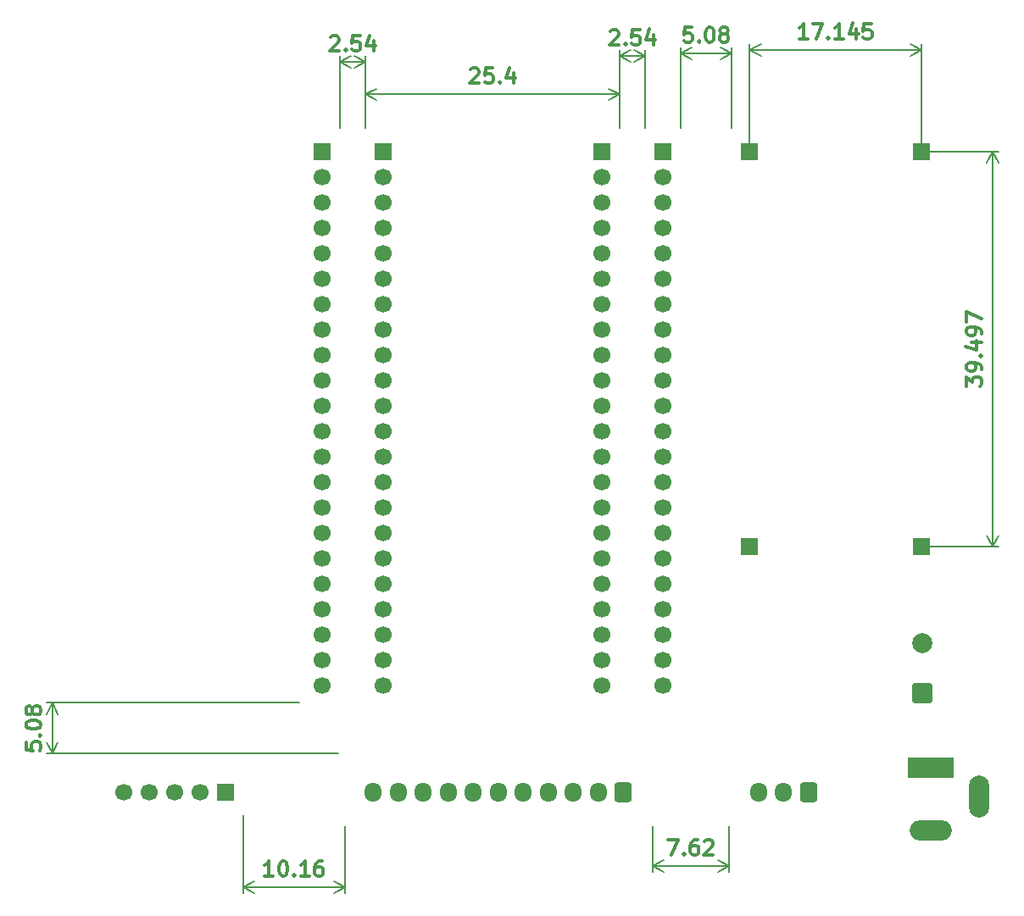
<source format=gbr>
%TF.GenerationSoftware,KiCad,Pcbnew,9.0.3*%
%TF.CreationDate,2025-07-24T13:33:20+07:00*%
%TF.ProjectId,shield,73686965-6c64-42e6-9b69-6361645f7063,rev?*%
%TF.SameCoordinates,Original*%
%TF.FileFunction,Copper,L1,Top*%
%TF.FilePolarity,Positive*%
%FSLAX46Y46*%
G04 Gerber Fmt 4.6, Leading zero omitted, Abs format (unit mm)*
G04 Created by KiCad (PCBNEW 9.0.3) date 2025-07-24 13:33:20*
%MOMM*%
%LPD*%
G01*
G04 APERTURE LIST*
G04 Aperture macros list*
%AMRoundRect*
0 Rectangle with rounded corners*
0 $1 Rounding radius*
0 $2 $3 $4 $5 $6 $7 $8 $9 X,Y pos of 4 corners*
0 Add a 4 corners polygon primitive as box body*
4,1,4,$2,$3,$4,$5,$6,$7,$8,$9,$2,$3,0*
0 Add four circle primitives for the rounded corners*
1,1,$1+$1,$2,$3*
1,1,$1+$1,$4,$5*
1,1,$1+$1,$6,$7*
1,1,$1+$1,$8,$9*
0 Add four rect primitives between the rounded corners*
20,1,$1+$1,$2,$3,$4,$5,0*
20,1,$1+$1,$4,$5,$6,$7,0*
20,1,$1+$1,$6,$7,$8,$9,0*
20,1,$1+$1,$8,$9,$2,$3,0*%
G04 Aperture macros list end*
%ADD10C,0.300000*%
%TA.AperFunction,NonConductor*%
%ADD11C,0.300000*%
%TD*%
%TA.AperFunction,NonConductor*%
%ADD12C,0.200000*%
%TD*%
%TA.AperFunction,ComponentPad*%
%ADD13R,1.700000X1.700000*%
%TD*%
%TA.AperFunction,ComponentPad*%
%ADD14C,1.700000*%
%TD*%
%TA.AperFunction,ComponentPad*%
%ADD15O,1.700000X1.950000*%
%TD*%
%TA.AperFunction,ComponentPad*%
%ADD16RoundRect,0.250000X0.600000X0.725000X-0.600000X0.725000X-0.600000X-0.725000X0.600000X-0.725000X0*%
%TD*%
%TA.AperFunction,ComponentPad*%
%ADD17R,4.600000X2.000000*%
%TD*%
%TA.AperFunction,ComponentPad*%
%ADD18O,4.200000X2.000000*%
%TD*%
%TA.AperFunction,ComponentPad*%
%ADD19O,2.000000X4.200000*%
%TD*%
%TA.AperFunction,ComponentPad*%
%ADD20RoundRect,0.250000X0.750000X-0.750000X0.750000X0.750000X-0.750000X0.750000X-0.750000X-0.750000X0*%
%TD*%
%TA.AperFunction,ComponentPad*%
%ADD21C,2.000000*%
%TD*%
G04 APERTURE END LIST*
D10*
D11*
X112287972Y-145995128D02*
X111430829Y-145995128D01*
X111859400Y-145995128D02*
X111859400Y-144495128D01*
X111859400Y-144495128D02*
X111716543Y-144709414D01*
X111716543Y-144709414D02*
X111573686Y-144852271D01*
X111573686Y-144852271D02*
X111430829Y-144923700D01*
X113216543Y-144495128D02*
X113359400Y-144495128D01*
X113359400Y-144495128D02*
X113502257Y-144566557D01*
X113502257Y-144566557D02*
X113573686Y-144637985D01*
X113573686Y-144637985D02*
X113645114Y-144780842D01*
X113645114Y-144780842D02*
X113716543Y-145066557D01*
X113716543Y-145066557D02*
X113716543Y-145423700D01*
X113716543Y-145423700D02*
X113645114Y-145709414D01*
X113645114Y-145709414D02*
X113573686Y-145852271D01*
X113573686Y-145852271D02*
X113502257Y-145923700D01*
X113502257Y-145923700D02*
X113359400Y-145995128D01*
X113359400Y-145995128D02*
X113216543Y-145995128D01*
X113216543Y-145995128D02*
X113073686Y-145923700D01*
X113073686Y-145923700D02*
X113002257Y-145852271D01*
X113002257Y-145852271D02*
X112930828Y-145709414D01*
X112930828Y-145709414D02*
X112859400Y-145423700D01*
X112859400Y-145423700D02*
X112859400Y-145066557D01*
X112859400Y-145066557D02*
X112930828Y-144780842D01*
X112930828Y-144780842D02*
X113002257Y-144637985D01*
X113002257Y-144637985D02*
X113073686Y-144566557D01*
X113073686Y-144566557D02*
X113216543Y-144495128D01*
X114359399Y-145852271D02*
X114430828Y-145923700D01*
X114430828Y-145923700D02*
X114359399Y-145995128D01*
X114359399Y-145995128D02*
X114287971Y-145923700D01*
X114287971Y-145923700D02*
X114359399Y-145852271D01*
X114359399Y-145852271D02*
X114359399Y-145995128D01*
X115859400Y-145995128D02*
X115002257Y-145995128D01*
X115430828Y-145995128D02*
X115430828Y-144495128D01*
X115430828Y-144495128D02*
X115287971Y-144709414D01*
X115287971Y-144709414D02*
X115145114Y-144852271D01*
X115145114Y-144852271D02*
X115002257Y-144923700D01*
X117145114Y-144495128D02*
X116859399Y-144495128D01*
X116859399Y-144495128D02*
X116716542Y-144566557D01*
X116716542Y-144566557D02*
X116645114Y-144637985D01*
X116645114Y-144637985D02*
X116502256Y-144852271D01*
X116502256Y-144852271D02*
X116430828Y-145137985D01*
X116430828Y-145137985D02*
X116430828Y-145709414D01*
X116430828Y-145709414D02*
X116502256Y-145852271D01*
X116502256Y-145852271D02*
X116573685Y-145923700D01*
X116573685Y-145923700D02*
X116716542Y-145995128D01*
X116716542Y-145995128D02*
X117002256Y-145995128D01*
X117002256Y-145995128D02*
X117145114Y-145923700D01*
X117145114Y-145923700D02*
X117216542Y-145852271D01*
X117216542Y-145852271D02*
X117287971Y-145709414D01*
X117287971Y-145709414D02*
X117287971Y-145352271D01*
X117287971Y-145352271D02*
X117216542Y-145209414D01*
X117216542Y-145209414D02*
X117145114Y-145137985D01*
X117145114Y-145137985D02*
X117002256Y-145066557D01*
X117002256Y-145066557D02*
X116716542Y-145066557D01*
X116716542Y-145066557D02*
X116573685Y-145137985D01*
X116573685Y-145137985D02*
X116502256Y-145209414D01*
X116502256Y-145209414D02*
X116430828Y-145352271D01*
D12*
X109279400Y-139913800D02*
X109279400Y-147703220D01*
X119439400Y-147703220D02*
X119439400Y-141013800D01*
X109279400Y-147116800D02*
X119439400Y-147116800D01*
X109279400Y-147116800D02*
X110405904Y-146530379D01*
X109279400Y-147116800D02*
X110405904Y-147703221D01*
X119439400Y-147116800D02*
X118312896Y-147703221D01*
X119439400Y-147116800D02*
X118312896Y-146530379D01*
D10*
D11*
X151713686Y-142361528D02*
X152713686Y-142361528D01*
X152713686Y-142361528D02*
X152070829Y-143861528D01*
X153285114Y-143718671D02*
X153356543Y-143790100D01*
X153356543Y-143790100D02*
X153285114Y-143861528D01*
X153285114Y-143861528D02*
X153213686Y-143790100D01*
X153213686Y-143790100D02*
X153285114Y-143718671D01*
X153285114Y-143718671D02*
X153285114Y-143861528D01*
X154642258Y-142361528D02*
X154356543Y-142361528D01*
X154356543Y-142361528D02*
X154213686Y-142432957D01*
X154213686Y-142432957D02*
X154142258Y-142504385D01*
X154142258Y-142504385D02*
X153999400Y-142718671D01*
X153999400Y-142718671D02*
X153927972Y-143004385D01*
X153927972Y-143004385D02*
X153927972Y-143575814D01*
X153927972Y-143575814D02*
X153999400Y-143718671D01*
X153999400Y-143718671D02*
X154070829Y-143790100D01*
X154070829Y-143790100D02*
X154213686Y-143861528D01*
X154213686Y-143861528D02*
X154499400Y-143861528D01*
X154499400Y-143861528D02*
X154642258Y-143790100D01*
X154642258Y-143790100D02*
X154713686Y-143718671D01*
X154713686Y-143718671D02*
X154785115Y-143575814D01*
X154785115Y-143575814D02*
X154785115Y-143218671D01*
X154785115Y-143218671D02*
X154713686Y-143075814D01*
X154713686Y-143075814D02*
X154642258Y-143004385D01*
X154642258Y-143004385D02*
X154499400Y-142932957D01*
X154499400Y-142932957D02*
X154213686Y-142932957D01*
X154213686Y-142932957D02*
X154070829Y-143004385D01*
X154070829Y-143004385D02*
X153999400Y-143075814D01*
X153999400Y-143075814D02*
X153927972Y-143218671D01*
X155356543Y-142504385D02*
X155427971Y-142432957D01*
X155427971Y-142432957D02*
X155570829Y-142361528D01*
X155570829Y-142361528D02*
X155927971Y-142361528D01*
X155927971Y-142361528D02*
X156070829Y-142432957D01*
X156070829Y-142432957D02*
X156142257Y-142504385D01*
X156142257Y-142504385D02*
X156213686Y-142647242D01*
X156213686Y-142647242D02*
X156213686Y-142790100D01*
X156213686Y-142790100D02*
X156142257Y-143004385D01*
X156142257Y-143004385D02*
X155285114Y-143861528D01*
X155285114Y-143861528D02*
X156213686Y-143861528D01*
D12*
X157809400Y-141013800D02*
X157809400Y-145569620D01*
X150189400Y-145569620D02*
X150189400Y-141013800D01*
X157809400Y-144983200D02*
X150189400Y-144983200D01*
X157809400Y-144983200D02*
X156682896Y-145569621D01*
X157809400Y-144983200D02*
X156682896Y-144396779D01*
X150189400Y-144983200D02*
X151315904Y-144396779D01*
X150189400Y-144983200D02*
X151315904Y-145569621D01*
D10*
D11*
X181528328Y-97046584D02*
X181528328Y-96118012D01*
X181528328Y-96118012D02*
X182099757Y-96618012D01*
X182099757Y-96618012D02*
X182099757Y-96403727D01*
X182099757Y-96403727D02*
X182171185Y-96260870D01*
X182171185Y-96260870D02*
X182242614Y-96189441D01*
X182242614Y-96189441D02*
X182385471Y-96118012D01*
X182385471Y-96118012D02*
X182742614Y-96118012D01*
X182742614Y-96118012D02*
X182885471Y-96189441D01*
X182885471Y-96189441D02*
X182956900Y-96260870D01*
X182956900Y-96260870D02*
X183028328Y-96403727D01*
X183028328Y-96403727D02*
X183028328Y-96832298D01*
X183028328Y-96832298D02*
X182956900Y-96975155D01*
X182956900Y-96975155D02*
X182885471Y-97046584D01*
X183028328Y-95403727D02*
X183028328Y-95118013D01*
X183028328Y-95118013D02*
X182956900Y-94975156D01*
X182956900Y-94975156D02*
X182885471Y-94903727D01*
X182885471Y-94903727D02*
X182671185Y-94760870D01*
X182671185Y-94760870D02*
X182385471Y-94689441D01*
X182385471Y-94689441D02*
X181814042Y-94689441D01*
X181814042Y-94689441D02*
X181671185Y-94760870D01*
X181671185Y-94760870D02*
X181599757Y-94832299D01*
X181599757Y-94832299D02*
X181528328Y-94975156D01*
X181528328Y-94975156D02*
X181528328Y-95260870D01*
X181528328Y-95260870D02*
X181599757Y-95403727D01*
X181599757Y-95403727D02*
X181671185Y-95475156D01*
X181671185Y-95475156D02*
X181814042Y-95546584D01*
X181814042Y-95546584D02*
X182171185Y-95546584D01*
X182171185Y-95546584D02*
X182314042Y-95475156D01*
X182314042Y-95475156D02*
X182385471Y-95403727D01*
X182385471Y-95403727D02*
X182456900Y-95260870D01*
X182456900Y-95260870D02*
X182456900Y-94975156D01*
X182456900Y-94975156D02*
X182385471Y-94832299D01*
X182385471Y-94832299D02*
X182314042Y-94760870D01*
X182314042Y-94760870D02*
X182171185Y-94689441D01*
X182885471Y-94046585D02*
X182956900Y-93975156D01*
X182956900Y-93975156D02*
X183028328Y-94046585D01*
X183028328Y-94046585D02*
X182956900Y-94118013D01*
X182956900Y-94118013D02*
X182885471Y-94046585D01*
X182885471Y-94046585D02*
X183028328Y-94046585D01*
X182028328Y-92689442D02*
X183028328Y-92689442D01*
X181456900Y-93046584D02*
X182528328Y-93403727D01*
X182528328Y-93403727D02*
X182528328Y-92475156D01*
X183028328Y-91832299D02*
X183028328Y-91546585D01*
X183028328Y-91546585D02*
X182956900Y-91403728D01*
X182956900Y-91403728D02*
X182885471Y-91332299D01*
X182885471Y-91332299D02*
X182671185Y-91189442D01*
X182671185Y-91189442D02*
X182385471Y-91118013D01*
X182385471Y-91118013D02*
X181814042Y-91118013D01*
X181814042Y-91118013D02*
X181671185Y-91189442D01*
X181671185Y-91189442D02*
X181599757Y-91260871D01*
X181599757Y-91260871D02*
X181528328Y-91403728D01*
X181528328Y-91403728D02*
X181528328Y-91689442D01*
X181528328Y-91689442D02*
X181599757Y-91832299D01*
X181599757Y-91832299D02*
X181671185Y-91903728D01*
X181671185Y-91903728D02*
X181814042Y-91975156D01*
X181814042Y-91975156D02*
X182171185Y-91975156D01*
X182171185Y-91975156D02*
X182314042Y-91903728D01*
X182314042Y-91903728D02*
X182385471Y-91832299D01*
X182385471Y-91832299D02*
X182456900Y-91689442D01*
X182456900Y-91689442D02*
X182456900Y-91403728D01*
X182456900Y-91403728D02*
X182385471Y-91260871D01*
X182385471Y-91260871D02*
X182314042Y-91189442D01*
X182314042Y-91189442D02*
X182171185Y-91118013D01*
X181528328Y-90618014D02*
X181528328Y-89618014D01*
X181528328Y-89618014D02*
X183028328Y-90260871D01*
D12*
X177506600Y-73583800D02*
X184736420Y-73583800D01*
X184736420Y-113080800D02*
X177506600Y-113080800D01*
X184150000Y-73583800D02*
X184150000Y-113080800D01*
X184150000Y-73583800D02*
X184736421Y-74710304D01*
X184150000Y-73583800D02*
X183563579Y-74710304D01*
X184150000Y-113080800D02*
X183563579Y-111954296D01*
X184150000Y-113080800D02*
X184736421Y-111954296D01*
D10*
D11*
X165648387Y-62352928D02*
X164791244Y-62352928D01*
X165219815Y-62352928D02*
X165219815Y-60852928D01*
X165219815Y-60852928D02*
X165076958Y-61067214D01*
X165076958Y-61067214D02*
X164934101Y-61210071D01*
X164934101Y-61210071D02*
X164791244Y-61281500D01*
X166148386Y-60852928D02*
X167148386Y-60852928D01*
X167148386Y-60852928D02*
X166505529Y-62352928D01*
X167719814Y-62210071D02*
X167791243Y-62281500D01*
X167791243Y-62281500D02*
X167719814Y-62352928D01*
X167719814Y-62352928D02*
X167648386Y-62281500D01*
X167648386Y-62281500D02*
X167719814Y-62210071D01*
X167719814Y-62210071D02*
X167719814Y-62352928D01*
X169219815Y-62352928D02*
X168362672Y-62352928D01*
X168791243Y-62352928D02*
X168791243Y-60852928D01*
X168791243Y-60852928D02*
X168648386Y-61067214D01*
X168648386Y-61067214D02*
X168505529Y-61210071D01*
X168505529Y-61210071D02*
X168362672Y-61281500D01*
X170505529Y-61352928D02*
X170505529Y-62352928D01*
X170148386Y-60781500D02*
X169791243Y-61852928D01*
X169791243Y-61852928D02*
X170719814Y-61852928D01*
X172005528Y-60852928D02*
X171291242Y-60852928D01*
X171291242Y-60852928D02*
X171219814Y-61567214D01*
X171219814Y-61567214D02*
X171291242Y-61495785D01*
X171291242Y-61495785D02*
X171434100Y-61424357D01*
X171434100Y-61424357D02*
X171791242Y-61424357D01*
X171791242Y-61424357D02*
X171934100Y-61495785D01*
X171934100Y-61495785D02*
X172005528Y-61567214D01*
X172005528Y-61567214D02*
X172076957Y-61710071D01*
X172076957Y-61710071D02*
X172076957Y-62067214D01*
X172076957Y-62067214D02*
X172005528Y-62210071D01*
X172005528Y-62210071D02*
X171934100Y-62281500D01*
X171934100Y-62281500D02*
X171791242Y-62352928D01*
X171791242Y-62352928D02*
X171434100Y-62352928D01*
X171434100Y-62352928D02*
X171291242Y-62281500D01*
X171291242Y-62281500D02*
X171219814Y-62210071D01*
D12*
X159861600Y-73083800D02*
X159861600Y-62888180D01*
X177006600Y-62888180D02*
X177006600Y-73083800D01*
X159861600Y-63474600D02*
X177006600Y-63474600D01*
X159861600Y-63474600D02*
X160988104Y-62888179D01*
X159861600Y-63474600D02*
X160988104Y-64061021D01*
X177006600Y-63474600D02*
X175880096Y-64061021D01*
X177006600Y-63474600D02*
X175880096Y-62888179D01*
D10*
D11*
X154093029Y-61183128D02*
X153378743Y-61183128D01*
X153378743Y-61183128D02*
X153307315Y-61897414D01*
X153307315Y-61897414D02*
X153378743Y-61825985D01*
X153378743Y-61825985D02*
X153521601Y-61754557D01*
X153521601Y-61754557D02*
X153878743Y-61754557D01*
X153878743Y-61754557D02*
X154021601Y-61825985D01*
X154021601Y-61825985D02*
X154093029Y-61897414D01*
X154093029Y-61897414D02*
X154164458Y-62040271D01*
X154164458Y-62040271D02*
X154164458Y-62397414D01*
X154164458Y-62397414D02*
X154093029Y-62540271D01*
X154093029Y-62540271D02*
X154021601Y-62611700D01*
X154021601Y-62611700D02*
X153878743Y-62683128D01*
X153878743Y-62683128D02*
X153521601Y-62683128D01*
X153521601Y-62683128D02*
X153378743Y-62611700D01*
X153378743Y-62611700D02*
X153307315Y-62540271D01*
X154807314Y-62540271D02*
X154878743Y-62611700D01*
X154878743Y-62611700D02*
X154807314Y-62683128D01*
X154807314Y-62683128D02*
X154735886Y-62611700D01*
X154735886Y-62611700D02*
X154807314Y-62540271D01*
X154807314Y-62540271D02*
X154807314Y-62683128D01*
X155807315Y-61183128D02*
X155950172Y-61183128D01*
X155950172Y-61183128D02*
X156093029Y-61254557D01*
X156093029Y-61254557D02*
X156164458Y-61325985D01*
X156164458Y-61325985D02*
X156235886Y-61468842D01*
X156235886Y-61468842D02*
X156307315Y-61754557D01*
X156307315Y-61754557D02*
X156307315Y-62111700D01*
X156307315Y-62111700D02*
X156235886Y-62397414D01*
X156235886Y-62397414D02*
X156164458Y-62540271D01*
X156164458Y-62540271D02*
X156093029Y-62611700D01*
X156093029Y-62611700D02*
X155950172Y-62683128D01*
X155950172Y-62683128D02*
X155807315Y-62683128D01*
X155807315Y-62683128D02*
X155664458Y-62611700D01*
X155664458Y-62611700D02*
X155593029Y-62540271D01*
X155593029Y-62540271D02*
X155521600Y-62397414D01*
X155521600Y-62397414D02*
X155450172Y-62111700D01*
X155450172Y-62111700D02*
X155450172Y-61754557D01*
X155450172Y-61754557D02*
X155521600Y-61468842D01*
X155521600Y-61468842D02*
X155593029Y-61325985D01*
X155593029Y-61325985D02*
X155664458Y-61254557D01*
X155664458Y-61254557D02*
X155807315Y-61183128D01*
X157164457Y-61825985D02*
X157021600Y-61754557D01*
X157021600Y-61754557D02*
X156950171Y-61683128D01*
X156950171Y-61683128D02*
X156878743Y-61540271D01*
X156878743Y-61540271D02*
X156878743Y-61468842D01*
X156878743Y-61468842D02*
X156950171Y-61325985D01*
X156950171Y-61325985D02*
X157021600Y-61254557D01*
X157021600Y-61254557D02*
X157164457Y-61183128D01*
X157164457Y-61183128D02*
X157450171Y-61183128D01*
X157450171Y-61183128D02*
X157593029Y-61254557D01*
X157593029Y-61254557D02*
X157664457Y-61325985D01*
X157664457Y-61325985D02*
X157735886Y-61468842D01*
X157735886Y-61468842D02*
X157735886Y-61540271D01*
X157735886Y-61540271D02*
X157664457Y-61683128D01*
X157664457Y-61683128D02*
X157593029Y-61754557D01*
X157593029Y-61754557D02*
X157450171Y-61825985D01*
X157450171Y-61825985D02*
X157164457Y-61825985D01*
X157164457Y-61825985D02*
X157021600Y-61897414D01*
X157021600Y-61897414D02*
X156950171Y-61968842D01*
X156950171Y-61968842D02*
X156878743Y-62111700D01*
X156878743Y-62111700D02*
X156878743Y-62397414D01*
X156878743Y-62397414D02*
X156950171Y-62540271D01*
X156950171Y-62540271D02*
X157021600Y-62611700D01*
X157021600Y-62611700D02*
X157164457Y-62683128D01*
X157164457Y-62683128D02*
X157450171Y-62683128D01*
X157450171Y-62683128D02*
X157593029Y-62611700D01*
X157593029Y-62611700D02*
X157664457Y-62540271D01*
X157664457Y-62540271D02*
X157735886Y-62397414D01*
X157735886Y-62397414D02*
X157735886Y-62111700D01*
X157735886Y-62111700D02*
X157664457Y-61968842D01*
X157664457Y-61968842D02*
X157593029Y-61897414D01*
X157593029Y-61897414D02*
X157450171Y-61825985D01*
D12*
X152981600Y-71283800D02*
X152981600Y-63218380D01*
X158061600Y-63218380D02*
X158061600Y-71283800D01*
X152981600Y-63804800D02*
X158061600Y-63804800D01*
X152981600Y-63804800D02*
X154108104Y-63218379D01*
X152981600Y-63804800D02*
X154108104Y-64391221D01*
X158061600Y-63804800D02*
X156935096Y-64391221D01*
X158061600Y-63804800D02*
X156935096Y-63218379D01*
D10*
D11*
X87573728Y-132652370D02*
X87573728Y-133366656D01*
X87573728Y-133366656D02*
X88288014Y-133438084D01*
X88288014Y-133438084D02*
X88216585Y-133366656D01*
X88216585Y-133366656D02*
X88145157Y-133223799D01*
X88145157Y-133223799D02*
X88145157Y-132866656D01*
X88145157Y-132866656D02*
X88216585Y-132723799D01*
X88216585Y-132723799D02*
X88288014Y-132652370D01*
X88288014Y-132652370D02*
X88430871Y-132580941D01*
X88430871Y-132580941D02*
X88788014Y-132580941D01*
X88788014Y-132580941D02*
X88930871Y-132652370D01*
X88930871Y-132652370D02*
X89002300Y-132723799D01*
X89002300Y-132723799D02*
X89073728Y-132866656D01*
X89073728Y-132866656D02*
X89073728Y-133223799D01*
X89073728Y-133223799D02*
X89002300Y-133366656D01*
X89002300Y-133366656D02*
X88930871Y-133438084D01*
X88930871Y-131938085D02*
X89002300Y-131866656D01*
X89002300Y-131866656D02*
X89073728Y-131938085D01*
X89073728Y-131938085D02*
X89002300Y-132009513D01*
X89002300Y-132009513D02*
X88930871Y-131938085D01*
X88930871Y-131938085D02*
X89073728Y-131938085D01*
X87573728Y-130938084D02*
X87573728Y-130795227D01*
X87573728Y-130795227D02*
X87645157Y-130652370D01*
X87645157Y-130652370D02*
X87716585Y-130580942D01*
X87716585Y-130580942D02*
X87859442Y-130509513D01*
X87859442Y-130509513D02*
X88145157Y-130438084D01*
X88145157Y-130438084D02*
X88502300Y-130438084D01*
X88502300Y-130438084D02*
X88788014Y-130509513D01*
X88788014Y-130509513D02*
X88930871Y-130580942D01*
X88930871Y-130580942D02*
X89002300Y-130652370D01*
X89002300Y-130652370D02*
X89073728Y-130795227D01*
X89073728Y-130795227D02*
X89073728Y-130938084D01*
X89073728Y-130938084D02*
X89002300Y-131080942D01*
X89002300Y-131080942D02*
X88930871Y-131152370D01*
X88930871Y-131152370D02*
X88788014Y-131223799D01*
X88788014Y-131223799D02*
X88502300Y-131295227D01*
X88502300Y-131295227D02*
X88145157Y-131295227D01*
X88145157Y-131295227D02*
X87859442Y-131223799D01*
X87859442Y-131223799D02*
X87716585Y-131152370D01*
X87716585Y-131152370D02*
X87645157Y-131080942D01*
X87645157Y-131080942D02*
X87573728Y-130938084D01*
X88216585Y-129580942D02*
X88145157Y-129723799D01*
X88145157Y-129723799D02*
X88073728Y-129795228D01*
X88073728Y-129795228D02*
X87930871Y-129866656D01*
X87930871Y-129866656D02*
X87859442Y-129866656D01*
X87859442Y-129866656D02*
X87716585Y-129795228D01*
X87716585Y-129795228D02*
X87645157Y-129723799D01*
X87645157Y-129723799D02*
X87573728Y-129580942D01*
X87573728Y-129580942D02*
X87573728Y-129295228D01*
X87573728Y-129295228D02*
X87645157Y-129152371D01*
X87645157Y-129152371D02*
X87716585Y-129080942D01*
X87716585Y-129080942D02*
X87859442Y-129009513D01*
X87859442Y-129009513D02*
X87930871Y-129009513D01*
X87930871Y-129009513D02*
X88073728Y-129080942D01*
X88073728Y-129080942D02*
X88145157Y-129152371D01*
X88145157Y-129152371D02*
X88216585Y-129295228D01*
X88216585Y-129295228D02*
X88216585Y-129580942D01*
X88216585Y-129580942D02*
X88288014Y-129723799D01*
X88288014Y-129723799D02*
X88359442Y-129795228D01*
X88359442Y-129795228D02*
X88502300Y-129866656D01*
X88502300Y-129866656D02*
X88788014Y-129866656D01*
X88788014Y-129866656D02*
X88930871Y-129795228D01*
X88930871Y-129795228D02*
X89002300Y-129723799D01*
X89002300Y-129723799D02*
X89073728Y-129580942D01*
X89073728Y-129580942D02*
X89073728Y-129295228D01*
X89073728Y-129295228D02*
X89002300Y-129152371D01*
X89002300Y-129152371D02*
X88930871Y-129080942D01*
X88930871Y-129080942D02*
X88788014Y-129009513D01*
X88788014Y-129009513D02*
X88502300Y-129009513D01*
X88502300Y-129009513D02*
X88359442Y-129080942D01*
X88359442Y-129080942D02*
X88288014Y-129152371D01*
X88288014Y-129152371D02*
X88216585Y-129295228D01*
D12*
X114901600Y-128683800D02*
X89608980Y-128683800D01*
X89608980Y-133763800D02*
X118789400Y-133763800D01*
X90195400Y-128683800D02*
X90195400Y-133763800D01*
X90195400Y-128683800D02*
X90781821Y-129810304D01*
X90195400Y-128683800D02*
X89608979Y-129810304D01*
X90195400Y-133763800D02*
X89608979Y-132637296D01*
X90195400Y-133763800D02*
X90781821Y-132637296D01*
D10*
D11*
X145947315Y-61579985D02*
X146018743Y-61508557D01*
X146018743Y-61508557D02*
X146161601Y-61437128D01*
X146161601Y-61437128D02*
X146518743Y-61437128D01*
X146518743Y-61437128D02*
X146661601Y-61508557D01*
X146661601Y-61508557D02*
X146733029Y-61579985D01*
X146733029Y-61579985D02*
X146804458Y-61722842D01*
X146804458Y-61722842D02*
X146804458Y-61865700D01*
X146804458Y-61865700D02*
X146733029Y-62079985D01*
X146733029Y-62079985D02*
X145875886Y-62937128D01*
X145875886Y-62937128D02*
X146804458Y-62937128D01*
X147447314Y-62794271D02*
X147518743Y-62865700D01*
X147518743Y-62865700D02*
X147447314Y-62937128D01*
X147447314Y-62937128D02*
X147375886Y-62865700D01*
X147375886Y-62865700D02*
X147447314Y-62794271D01*
X147447314Y-62794271D02*
X147447314Y-62937128D01*
X148875886Y-61437128D02*
X148161600Y-61437128D01*
X148161600Y-61437128D02*
X148090172Y-62151414D01*
X148090172Y-62151414D02*
X148161600Y-62079985D01*
X148161600Y-62079985D02*
X148304458Y-62008557D01*
X148304458Y-62008557D02*
X148661600Y-62008557D01*
X148661600Y-62008557D02*
X148804458Y-62079985D01*
X148804458Y-62079985D02*
X148875886Y-62151414D01*
X148875886Y-62151414D02*
X148947315Y-62294271D01*
X148947315Y-62294271D02*
X148947315Y-62651414D01*
X148947315Y-62651414D02*
X148875886Y-62794271D01*
X148875886Y-62794271D02*
X148804458Y-62865700D01*
X148804458Y-62865700D02*
X148661600Y-62937128D01*
X148661600Y-62937128D02*
X148304458Y-62937128D01*
X148304458Y-62937128D02*
X148161600Y-62865700D01*
X148161600Y-62865700D02*
X148090172Y-62794271D01*
X150233029Y-61937128D02*
X150233029Y-62937128D01*
X149875886Y-61365700D02*
X149518743Y-62437128D01*
X149518743Y-62437128D02*
X150447314Y-62437128D01*
D12*
X149431600Y-71283800D02*
X149431600Y-63472380D01*
X146891600Y-63472380D02*
X146891600Y-71283800D01*
X149431600Y-64058800D02*
X146891600Y-64058800D01*
X149431600Y-64058800D02*
X148305096Y-64645221D01*
X149431600Y-64058800D02*
X148305096Y-63472379D01*
X146891600Y-64058800D02*
X148018104Y-63472379D01*
X146891600Y-64058800D02*
X148018104Y-64645221D01*
D10*
D11*
X118007315Y-62189585D02*
X118078743Y-62118157D01*
X118078743Y-62118157D02*
X118221601Y-62046728D01*
X118221601Y-62046728D02*
X118578743Y-62046728D01*
X118578743Y-62046728D02*
X118721601Y-62118157D01*
X118721601Y-62118157D02*
X118793029Y-62189585D01*
X118793029Y-62189585D02*
X118864458Y-62332442D01*
X118864458Y-62332442D02*
X118864458Y-62475300D01*
X118864458Y-62475300D02*
X118793029Y-62689585D01*
X118793029Y-62689585D02*
X117935886Y-63546728D01*
X117935886Y-63546728D02*
X118864458Y-63546728D01*
X119507314Y-63403871D02*
X119578743Y-63475300D01*
X119578743Y-63475300D02*
X119507314Y-63546728D01*
X119507314Y-63546728D02*
X119435886Y-63475300D01*
X119435886Y-63475300D02*
X119507314Y-63403871D01*
X119507314Y-63403871D02*
X119507314Y-63546728D01*
X120935886Y-62046728D02*
X120221600Y-62046728D01*
X120221600Y-62046728D02*
X120150172Y-62761014D01*
X120150172Y-62761014D02*
X120221600Y-62689585D01*
X120221600Y-62689585D02*
X120364458Y-62618157D01*
X120364458Y-62618157D02*
X120721600Y-62618157D01*
X120721600Y-62618157D02*
X120864458Y-62689585D01*
X120864458Y-62689585D02*
X120935886Y-62761014D01*
X120935886Y-62761014D02*
X121007315Y-62903871D01*
X121007315Y-62903871D02*
X121007315Y-63261014D01*
X121007315Y-63261014D02*
X120935886Y-63403871D01*
X120935886Y-63403871D02*
X120864458Y-63475300D01*
X120864458Y-63475300D02*
X120721600Y-63546728D01*
X120721600Y-63546728D02*
X120364458Y-63546728D01*
X120364458Y-63546728D02*
X120221600Y-63475300D01*
X120221600Y-63475300D02*
X120150172Y-63403871D01*
X122293029Y-62546728D02*
X122293029Y-63546728D01*
X121935886Y-61975300D02*
X121578743Y-63046728D01*
X121578743Y-63046728D02*
X122507314Y-63046728D01*
D12*
X118951600Y-71283800D02*
X118951600Y-64081980D01*
X121491600Y-64081980D02*
X121491600Y-71283800D01*
X118951600Y-64668400D02*
X121491600Y-64668400D01*
X118951600Y-64668400D02*
X120078104Y-64081979D01*
X118951600Y-64668400D02*
X120078104Y-65254821D01*
X121491600Y-64668400D02*
X120365096Y-65254821D01*
X121491600Y-64668400D02*
X120365096Y-64081979D01*
D10*
D11*
X131977315Y-65415385D02*
X132048743Y-65343957D01*
X132048743Y-65343957D02*
X132191601Y-65272528D01*
X132191601Y-65272528D02*
X132548743Y-65272528D01*
X132548743Y-65272528D02*
X132691601Y-65343957D01*
X132691601Y-65343957D02*
X132763029Y-65415385D01*
X132763029Y-65415385D02*
X132834458Y-65558242D01*
X132834458Y-65558242D02*
X132834458Y-65701100D01*
X132834458Y-65701100D02*
X132763029Y-65915385D01*
X132763029Y-65915385D02*
X131905886Y-66772528D01*
X131905886Y-66772528D02*
X132834458Y-66772528D01*
X134191600Y-65272528D02*
X133477314Y-65272528D01*
X133477314Y-65272528D02*
X133405886Y-65986814D01*
X133405886Y-65986814D02*
X133477314Y-65915385D01*
X133477314Y-65915385D02*
X133620172Y-65843957D01*
X133620172Y-65843957D02*
X133977314Y-65843957D01*
X133977314Y-65843957D02*
X134120172Y-65915385D01*
X134120172Y-65915385D02*
X134191600Y-65986814D01*
X134191600Y-65986814D02*
X134263029Y-66129671D01*
X134263029Y-66129671D02*
X134263029Y-66486814D01*
X134263029Y-66486814D02*
X134191600Y-66629671D01*
X134191600Y-66629671D02*
X134120172Y-66701100D01*
X134120172Y-66701100D02*
X133977314Y-66772528D01*
X133977314Y-66772528D02*
X133620172Y-66772528D01*
X133620172Y-66772528D02*
X133477314Y-66701100D01*
X133477314Y-66701100D02*
X133405886Y-66629671D01*
X134905885Y-66629671D02*
X134977314Y-66701100D01*
X134977314Y-66701100D02*
X134905885Y-66772528D01*
X134905885Y-66772528D02*
X134834457Y-66701100D01*
X134834457Y-66701100D02*
X134905885Y-66629671D01*
X134905885Y-66629671D02*
X134905885Y-66772528D01*
X136263029Y-65772528D02*
X136263029Y-66772528D01*
X135905886Y-65201100D02*
X135548743Y-66272528D01*
X135548743Y-66272528D02*
X136477314Y-66272528D01*
D12*
X121491600Y-71283800D02*
X121491600Y-67307780D01*
X146891600Y-71283800D02*
X146891600Y-67307780D01*
X121491600Y-67894200D02*
X146891600Y-67894200D01*
X121491600Y-67894200D02*
X122618104Y-67307779D01*
X121491600Y-67894200D02*
X122618104Y-68480621D01*
X146891600Y-67894200D02*
X145765096Y-68480621D01*
X146891600Y-67894200D02*
X145765096Y-67307779D01*
D13*
%TO.P,J2,1,Pin_1*%
%TO.N,+3V3*%
X107479400Y-137663800D03*
D14*
%TO.P,J2,2,Pin_2*%
%TO.N,GND*%
X104939400Y-137663800D03*
%TO.P,J2,3,Pin_3*%
%TO.N,/GPIO12+SCL*%
X102399400Y-137663800D03*
%TO.P,J2,4,Pin_4*%
%TO.N,/GPIO11+SDA*%
X99859400Y-137663800D03*
%TO.P,J2,5,Pin_5*%
%TO.N,/GPIO16*%
X97319400Y-137663800D03*
%TD*%
D15*
%TO.P,J3,3,Pin_3*%
%TO.N,GND*%
X160759400Y-137663800D03*
%TO.P,J3,2,Pin_2*%
%TO.N,Net-(J3-Pin_2)*%
X163259400Y-137663800D03*
D16*
%TO.P,J3,1,Pin_1*%
%TO.N,/GPIO15*%
X165759400Y-137663800D03*
%TD*%
D13*
%TO.P,J7,1,Pin_1*%
%TO.N,GND*%
X177006600Y-113080800D03*
%TD*%
%TO.P,J6,1,Pin_1*%
%TO.N,Net-(J3-Pin_2)*%
X159861600Y-113080800D03*
%TD*%
D14*
%TO.P,J9,22,Pin_22*%
%TO.N,GND*%
X145141600Y-126923800D03*
%TO.P,J9,21,Pin_21*%
X145141600Y-124383800D03*
%TO.P,J9,20,Pin_20*%
%TO.N,Net-(J11-Pin_20)*%
X145141600Y-121843800D03*
%TO.P,J9,19,Pin_19*%
%TO.N,Net-(J11-Pin_19)*%
X145141600Y-119303800D03*
%TO.P,J9,18,Pin_18*%
%TO.N,Net-(J11-Pin_18)*%
X145141600Y-116763800D03*
%TO.P,J9,17,Pin_17*%
%TO.N,Net-(J11-Pin_17)*%
X145141600Y-114223800D03*
%TO.P,J9,16,Pin_16*%
%TO.N,Net-(J11-Pin_16)*%
X145141600Y-111683800D03*
%TO.P,J9,15,Pin_15*%
%TO.N,Net-(J11-Pin_15)*%
X145141600Y-109143800D03*
%TO.P,J9,14,Pin_14*%
%TO.N,Net-(J11-Pin_14)*%
X145141600Y-106603800D03*
%TO.P,J9,13,Pin_13*%
%TO.N,Net-(J11-Pin_13)*%
X145141600Y-104063800D03*
%TO.P,J9,12,Pin_12*%
%TO.N,Net-(J11-Pin_12)*%
X145141600Y-101523800D03*
%TO.P,J9,11,Pin_11*%
%TO.N,Net-(J11-Pin_11)*%
X145141600Y-98983800D03*
%TO.P,J9,10,Pin_10*%
%TO.N,Net-(J11-Pin_10)*%
X145141600Y-96443800D03*
%TO.P,J9,9,Pin_9*%
%TO.N,Net-(J11-Pin_9)*%
X145141600Y-93903800D03*
%TO.P,J9,8,Pin_8*%
%TO.N,Net-(J11-Pin_8)*%
X145141600Y-91363800D03*
%TO.P,J9,7,Pin_7*%
%TO.N,Net-(J11-Pin_7)*%
X145141600Y-88823800D03*
%TO.P,J9,6,Pin_6*%
%TO.N,Net-(J11-Pin_6)*%
X145141600Y-86283800D03*
%TO.P,J9,5,Pin_5*%
%TO.N,/GPIO2*%
X145141600Y-83743800D03*
%TO.P,J9,4,Pin_4*%
%TO.N,/GPIO1*%
X145141600Y-81203800D03*
%TO.P,J9,3,Pin_3*%
%TO.N,Net-(J11-Pin_3)*%
X145141600Y-78663800D03*
%TO.P,J9,2,Pin_2*%
%TO.N,Net-(J11-Pin_2)*%
X145141600Y-76123800D03*
D13*
%TO.P,J9,1,Pin_1*%
%TO.N,GND*%
X145141600Y-73583800D03*
%TD*%
D14*
%TO.P,J8,22,Pin_22*%
%TO.N,GND*%
X123291600Y-126923800D03*
%TO.P,J8,21,Pin_21*%
%TO.N,+5V*%
X123291600Y-124383800D03*
%TO.P,J8,20,Pin_20*%
%TO.N,/GPIO14*%
X123291600Y-121843800D03*
%TO.P,J8,19,Pin_19*%
%TO.N,/GPIO13*%
X123291600Y-119303800D03*
%TO.P,J8,18,Pin_18*%
%TO.N,/GPIO12+SCL*%
X123291600Y-116763800D03*
%TO.P,J8,17,Pin_17*%
%TO.N,/GPIO11+SDA*%
X123291600Y-114223800D03*
%TO.P,J8,16,Pin_16*%
%TO.N,/GPIO10*%
X123291600Y-111683800D03*
%TO.P,J8,15,Pin_15*%
%TO.N,/GPIO9*%
X123291600Y-109143800D03*
%TO.P,J8,14,Pin_14*%
%TO.N,Net-(J10-Pin_14)*%
X123291600Y-106603800D03*
%TO.P,J8,13,Pin_13*%
%TO.N,Net-(J10-Pin_13)*%
X123291600Y-104063800D03*
%TO.P,J8,12,Pin_12*%
%TO.N,/GPIO8*%
X123291600Y-101523800D03*
%TO.P,J8,11,Pin_11*%
%TO.N,/GPIO18*%
X123291600Y-98983800D03*
%TO.P,J8,10,Pin_10*%
%TO.N,/GPIO17*%
X123291600Y-96443800D03*
%TO.P,J8,9,Pin_9*%
%TO.N,/GPIO16*%
X123291600Y-93903800D03*
%TO.P,J8,8,Pin_8*%
%TO.N,/GPIO15*%
X123291600Y-91363800D03*
%TO.P,J8,7,Pin_7*%
%TO.N,/GPIO7*%
X123291600Y-88823800D03*
%TO.P,J8,6,Pin_6*%
%TO.N,/GPIO6*%
X123291600Y-86283800D03*
%TO.P,J8,5,Pin_5*%
%TO.N,/GPIO5*%
X123291600Y-83743800D03*
%TO.P,J8,4,Pin_4*%
%TO.N,/GPIO4*%
X123291600Y-81203800D03*
%TO.P,J8,3,Pin_3*%
%TO.N,Net-(J10-Pin_3)*%
X123291600Y-78663800D03*
%TO.P,J8,2,Pin_2*%
%TO.N,Net-(J10-Pin_2)*%
X123291600Y-76123800D03*
D13*
%TO.P,J8,1,Pin_1*%
%TO.N,+3V3*%
X123291600Y-73583800D03*
%TD*%
D17*
%TO.P,J12,1*%
%TO.N,VCC*%
X177952400Y-135153400D03*
D18*
%TO.P,J12,2*%
%TO.N,GND*%
X177952400Y-141453400D03*
D19*
%TO.P,J12,3*%
%TO.N,N/C*%
X182752400Y-138053400D03*
%TD*%
D13*
%TO.P,J5,1,Pin_1*%
%TO.N,GND*%
X177006600Y-73583800D03*
%TD*%
D20*
%TO.P,C1,1*%
%TO.N,VCC*%
X177088800Y-127707400D03*
D21*
%TO.P,C1,2*%
%TO.N,GND*%
X177088800Y-122707400D03*
%TD*%
D13*
%TO.P,J10,1,Pin_1*%
%TO.N,+3V3*%
X117201600Y-73583800D03*
D14*
%TO.P,J10,2,Pin_2*%
%TO.N,Net-(J10-Pin_2)*%
X117201600Y-76123800D03*
%TO.P,J10,3,Pin_3*%
%TO.N,Net-(J10-Pin_3)*%
X117201600Y-78663800D03*
%TO.P,J10,4,Pin_4*%
%TO.N,/GPIO4*%
X117201600Y-81203800D03*
%TO.P,J10,5,Pin_5*%
%TO.N,/GPIO5*%
X117201600Y-83743800D03*
%TO.P,J10,6,Pin_6*%
%TO.N,/GPIO6*%
X117201600Y-86283800D03*
%TO.P,J10,7,Pin_7*%
%TO.N,/GPIO7*%
X117201600Y-88823800D03*
%TO.P,J10,8,Pin_8*%
%TO.N,/GPIO15*%
X117201600Y-91363800D03*
%TO.P,J10,9,Pin_9*%
%TO.N,/GPIO16*%
X117201600Y-93903800D03*
%TO.P,J10,10,Pin_10*%
%TO.N,/GPIO17*%
X117201600Y-96443800D03*
%TO.P,J10,11,Pin_11*%
%TO.N,/GPIO18*%
X117201600Y-98983800D03*
%TO.P,J10,12,Pin_12*%
%TO.N,/GPIO8*%
X117201600Y-101523800D03*
%TO.P,J10,13,Pin_13*%
%TO.N,Net-(J10-Pin_13)*%
X117201600Y-104063800D03*
%TO.P,J10,14,Pin_14*%
%TO.N,Net-(J10-Pin_14)*%
X117201600Y-106603800D03*
%TO.P,J10,15,Pin_15*%
%TO.N,/GPIO9*%
X117201600Y-109143800D03*
%TO.P,J10,16,Pin_16*%
%TO.N,/GPIO10*%
X117201600Y-111683800D03*
%TO.P,J10,17,Pin_17*%
%TO.N,/GPIO11+SDA*%
X117201600Y-114223800D03*
%TO.P,J10,18,Pin_18*%
%TO.N,/GPIO12+SCL*%
X117201600Y-116763800D03*
%TO.P,J10,19,Pin_19*%
%TO.N,/GPIO13*%
X117201600Y-119303800D03*
%TO.P,J10,20,Pin_20*%
%TO.N,/GPIO14*%
X117201600Y-121843800D03*
%TO.P,J10,21,Pin_21*%
%TO.N,+5V*%
X117201600Y-124383800D03*
%TO.P,J10,22,Pin_22*%
%TO.N,GND*%
X117201600Y-126923800D03*
%TD*%
D16*
%TO.P,J1,1,Pin_1*%
%TO.N,/GPIO4*%
X147239400Y-137663800D03*
D15*
%TO.P,J1,2,Pin_2*%
%TO.N,/GPIO5*%
X144739400Y-137663800D03*
%TO.P,J1,3,Pin_3*%
%TO.N,/GPIO6*%
X142239400Y-137663800D03*
%TO.P,J1,4,Pin_4*%
%TO.N,/GPIO7*%
X139739400Y-137663800D03*
%TO.P,J1,5,Pin_5*%
%TO.N,/GPIO8*%
X137239400Y-137663800D03*
%TO.P,J1,6,Pin_6*%
%TO.N,/GPIO9*%
X134739400Y-137663800D03*
%TO.P,J1,7,Pin_7*%
%TO.N,/GPIO10*%
X132239400Y-137663800D03*
%TO.P,J1,8,Pin_8*%
%TO.N,/GPIO1*%
X129739400Y-137663800D03*
%TO.P,J1,9,Pin_9*%
%TO.N,unconnected-(J1-Pin_9-Pad9)*%
X127239400Y-137663800D03*
%TO.P,J1,10,Pin_10*%
%TO.N,+3V3*%
X124739400Y-137663800D03*
%TO.P,J1,11,Pin_11*%
%TO.N,GND*%
X122239400Y-137663800D03*
%TD*%
D13*
%TO.P,J11,1,Pin_1*%
%TO.N,GND*%
X151231600Y-73583800D03*
D14*
%TO.P,J11,2,Pin_2*%
%TO.N,Net-(J11-Pin_2)*%
X151231600Y-76123800D03*
%TO.P,J11,3,Pin_3*%
%TO.N,Net-(J11-Pin_3)*%
X151231600Y-78663800D03*
%TO.P,J11,4,Pin_4*%
%TO.N,/GPIO1*%
X151231600Y-81203800D03*
%TO.P,J11,5,Pin_5*%
%TO.N,/GPIO2*%
X151231600Y-83743800D03*
%TO.P,J11,6,Pin_6*%
%TO.N,Net-(J11-Pin_6)*%
X151231600Y-86283800D03*
%TO.P,J11,7,Pin_7*%
%TO.N,Net-(J11-Pin_7)*%
X151231600Y-88823800D03*
%TO.P,J11,8,Pin_8*%
%TO.N,Net-(J11-Pin_8)*%
X151231600Y-91363800D03*
%TO.P,J11,9,Pin_9*%
%TO.N,Net-(J11-Pin_9)*%
X151231600Y-93903800D03*
%TO.P,J11,10,Pin_10*%
%TO.N,Net-(J11-Pin_10)*%
X151231600Y-96443800D03*
%TO.P,J11,11,Pin_11*%
%TO.N,Net-(J11-Pin_11)*%
X151231600Y-98983800D03*
%TO.P,J11,12,Pin_12*%
%TO.N,Net-(J11-Pin_12)*%
X151231600Y-101523800D03*
%TO.P,J11,13,Pin_13*%
%TO.N,Net-(J11-Pin_13)*%
X151231600Y-104063800D03*
%TO.P,J11,14,Pin_14*%
%TO.N,Net-(J11-Pin_14)*%
X151231600Y-106603800D03*
%TO.P,J11,15,Pin_15*%
%TO.N,Net-(J11-Pin_15)*%
X151231600Y-109143800D03*
%TO.P,J11,16,Pin_16*%
%TO.N,Net-(J11-Pin_16)*%
X151231600Y-111683800D03*
%TO.P,J11,17,Pin_17*%
%TO.N,Net-(J11-Pin_17)*%
X151231600Y-114223800D03*
%TO.P,J11,18,Pin_18*%
%TO.N,Net-(J11-Pin_18)*%
X151231600Y-116763800D03*
%TO.P,J11,19,Pin_19*%
%TO.N,Net-(J11-Pin_19)*%
X151231600Y-119303800D03*
%TO.P,J11,20,Pin_20*%
%TO.N,Net-(J11-Pin_20)*%
X151231600Y-121843800D03*
%TO.P,J11,21,Pin_21*%
%TO.N,GND*%
X151231600Y-124383800D03*
%TO.P,J11,22,Pin_22*%
X151231600Y-126923800D03*
%TD*%
D13*
%TO.P,J4,1,Pin_1*%
%TO.N,VCC*%
X159861600Y-73583800D03*
%TD*%
M02*

</source>
